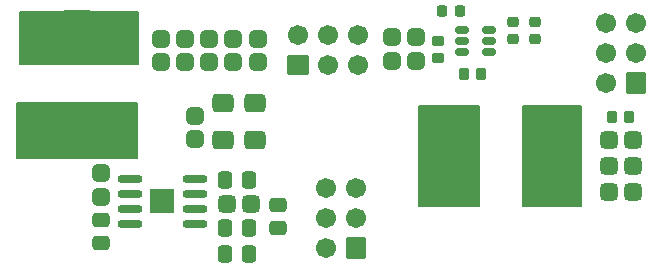
<source format=gts>
G04 Layer: TopSolderMaskLayer*
G04 EasyEDA Pro v2.2.27.1, 2024-09-15 10:59:50*
G04 Gerber Generator version 0.3*
G04 Scale: 100 percent, Rotated: No, Reflected: No*
G04 Dimensions in millimeters*
G04 Leading zeros omitted, absolute positions, 3 integers and 5 decimals*
%TF.GenerationSoftware,KiCad,Pcbnew,8.0.5*%
%TF.CreationDate,2024-09-28T17:02:44+08:00*%
%TF.ProjectId,DCDC_power_24V-12V-5V,44434443-5f70-46f7-9765-725f3234562d,rev?*%
%TF.SameCoordinates,Original*%
%TF.FileFunction,Soldermask,Top*%
%TF.FilePolarity,Negative*%
%FSLAX46Y46*%
G04 Gerber Fmt 4.6, Leading zero omitted, Abs format (unit mm)*
G04 Created by KiCad (PCBNEW 8.0.5) date 2024-09-28 17:02:44*
%MOMM*%
%LPD*%
G01*
G04 APERTURE LIST*
G04 Aperture macros list*
%AMRoundRect*
0 Rectangle with rounded corners*
0 $1 Rounding radius*
0 $2 $3 $4 $5 $6 $7 $8 $9 X,Y pos of 4 corners*
0 Add a 4 corners polygon primitive as box body*
4,1,4,$2,$3,$4,$5,$6,$7,$8,$9,$2,$3,0*
0 Add four circle primitives for the rounded corners*
1,1,$1+$1,$2,$3*
1,1,$1+$1,$4,$5*
1,1,$1+$1,$6,$7*
1,1,$1+$1,$8,$9*
0 Add four rect primitives between the rounded corners*
20,1,$1+$1,$2,$3,$4,$5,0*
20,1,$1+$1,$4,$5,$6,$7,0*
20,1,$1+$1,$6,$7,$8,$9,0*
20,1,$1+$1,$8,$9,$2,$3,0*%
G04 Aperture macros list end*
%ADD10C,0.180000*%
%ADD11C,0.200000*%
%ADD12RoundRect,0.362900X-0.362900X0.392900X-0.362900X-0.392900X0.362900X-0.392900X0.362900X0.392900X0*%
%ADD13RoundRect,0.050800X-0.850000X-0.800000X0.850000X-0.800000X0.850000X0.800000X-0.850000X0.800000X0*%
%ADD14C,1.701600*%
%ADD15RoundRect,0.227025X-0.227025X-0.255775X0.227025X-0.255775X0.227025X0.255775X-0.227025X0.255775X0*%
%ADD16RoundRect,0.362900X0.362900X-0.392900X0.362900X0.392900X-0.362900X0.392900X-0.362900X-0.392900X0*%
%ADD17O,2.139600X0.675600*%
%ADD18RoundRect,0.050800X-1.000000X1.000000X-1.000000X-1.000000X1.000000X-1.000000X1.000000X1.000000X0*%
%ADD19RoundRect,0.362900X0.392900X0.362900X-0.392900X0.362900X-0.392900X-0.362900X0.392900X-0.362900X0*%
%ADD20RoundRect,0.308525X-0.308525X-0.430775X0.308525X-0.430775X0.308525X0.430775X-0.308525X0.430775X0*%
%ADD21RoundRect,0.225400X-0.225400X-0.275400X0.225400X-0.275400X0.225400X0.275400X-0.225400X0.275400X0*%
%ADD22RoundRect,0.225400X0.225400X0.275400X-0.225400X0.275400X-0.225400X-0.275400X0.225400X-0.275400X0*%
%ADD23RoundRect,0.050800X0.800000X-0.850000X0.800000X0.850000X-0.800000X0.850000X-0.800000X-0.850000X0*%
%ADD24RoundRect,0.308525X0.430775X-0.308525X0.430775X0.308525X-0.430775X0.308525X-0.430775X-0.308525X0*%
%ADD25RoundRect,0.158400X0.428400X-0.158400X0.428400X0.158400X-0.428400X0.158400X-0.428400X-0.158400X0*%
%ADD26RoundRect,0.227025X-0.255775X0.227025X-0.255775X-0.227025X0.255775X-0.227025X0.255775X0.227025X0*%
%ADD27RoundRect,1.050400X-1.050400X-1.050400X1.050400X-1.050400X1.050400X1.050400X-1.050400X1.050400X0*%
%ADD28RoundRect,0.756400X-1.004400X0.756400X-1.004400X-0.756400X1.004400X-0.756400X1.004400X0.756400X0*%
%ADD29RoundRect,0.308525X0.308525X0.430775X-0.308525X0.430775X-0.308525X-0.430775X0.308525X-0.430775X0*%
%ADD30RoundRect,0.396650X0.518150X-0.396650X0.518150X0.396650X-0.518150X0.396650X-0.518150X-0.396650X0*%
%ADD31RoundRect,0.227025X0.255775X-0.227025X0.255775X0.227025X-0.255775X0.227025X-0.255775X-0.227025X0*%
%ADD32RoundRect,0.225400X0.275400X-0.225400X0.275400X0.225400X-0.275400X0.225400X-0.275400X-0.225400X0*%
G04 APERTURE END LIST*
D10*
X109564400Y-86992100D02*
X114534400Y-86992100D01*
X114534400Y-95492100D01*
X109564400Y-95492100D01*
X109564400Y-86992100D01*
G36*
X109564400Y-86992100D02*
G01*
X114534400Y-86992100D01*
X114534400Y-95492100D01*
X109564400Y-95492100D01*
X109564400Y-86992100D01*
G37*
D11*
X66744400Y-86752100D02*
X76924400Y-86752100D01*
X76924400Y-91412100D01*
X66744400Y-91412100D01*
X66744400Y-86752100D01*
G36*
X66744400Y-86752100D02*
G01*
X76924400Y-86752100D01*
X76924400Y-91412100D01*
X66744400Y-91412100D01*
X66744400Y-86752100D01*
G37*
D10*
X100814400Y-86992100D02*
X105864400Y-86992100D01*
X105864400Y-95492100D01*
X100814400Y-95492100D01*
X100814400Y-86992100D01*
G36*
X100814400Y-86992100D02*
G01*
X105864400Y-86992100D01*
X105864400Y-95492100D01*
X100814400Y-95492100D01*
X100814400Y-86992100D01*
G37*
D11*
X66964400Y-79002100D02*
X76954400Y-79002100D01*
X76954400Y-83422100D01*
X66964400Y-83422100D01*
X66964400Y-79002100D01*
G36*
X66964400Y-79002100D02*
G01*
X76954400Y-79002100D01*
X76954400Y-83422100D01*
X66964400Y-83422100D01*
X66964400Y-79002100D01*
G37*
D12*
%TO.C,C6*%
X78947900Y-81291100D03*
X78947900Y-83291100D03*
%TD*%
D13*
%TO.C,H2*%
X90524400Y-83562100D03*
D14*
X90524400Y-81022100D03*
X93064400Y-83562100D03*
X93064400Y-81022100D03*
X95604400Y-83562100D03*
X95604400Y-81022100D03*
%TD*%
D15*
%TO.C,R7*%
X102710900Y-78992100D03*
X104217900Y-78992100D03*
%TD*%
D12*
%TO.C,C3*%
X81784400Y-87831323D03*
X81784400Y-89831323D03*
%TD*%
D16*
%TO.C,C12*%
X100510400Y-83172300D03*
X100510400Y-81172300D03*
%TD*%
D17*
%TO.C,U1*%
X76278900Y-93164100D03*
X76278900Y-94434100D03*
X76278900Y-95704100D03*
X76278900Y-96974100D03*
X81816900Y-96974100D03*
X81816900Y-95704100D03*
X81816900Y-94434100D03*
X81816900Y-93164100D03*
D18*
X79047900Y-95069100D03*
%TD*%
D19*
%TO.C,C15*%
X118864400Y-94244516D03*
X116864400Y-94244516D03*
%TD*%
D20*
%TO.C,R4*%
X84397900Y-99514100D03*
X86397900Y-99514100D03*
%TD*%
D21*
%TO.C,C14*%
X104610400Y-84286100D03*
X106010400Y-84286100D03*
%TD*%
D22*
%TO.C,C18*%
X118564400Y-87892100D03*
X117164400Y-87892100D03*
%TD*%
D23*
%TO.C,H3*%
X119134400Y-85032100D03*
D14*
X116594400Y-85032100D03*
X119134400Y-82492100D03*
X116594400Y-82492100D03*
X119134400Y-79952100D03*
X116594400Y-79952100D03*
%TD*%
D24*
%TO.C,R2*%
X73840900Y-98609100D03*
X73840900Y-96609100D03*
%TD*%
D25*
%TO.C,U2*%
X106713400Y-82442100D03*
X106713400Y-81492100D03*
X106713400Y-80542100D03*
X104415400Y-80542100D03*
X104415400Y-81492100D03*
X104415400Y-82442100D03*
%TD*%
D16*
%TO.C,C11*%
X98464400Y-83192100D03*
X98464400Y-81192100D03*
%TD*%
D12*
%TO.C,C8*%
X83011900Y-81291100D03*
X83011900Y-83291100D03*
%TD*%
D26*
%TO.C,R8*%
X110644400Y-79849600D03*
X110644400Y-81356600D03*
%TD*%
D19*
%TO.C,C16*%
X118864400Y-92092100D03*
X116864400Y-92092100D03*
%TD*%
D12*
%TO.C,C9*%
X85064400Y-81292100D03*
X85064400Y-83292100D03*
%TD*%
D27*
%TO.C,L2*%
X102914400Y-91242100D03*
X112414400Y-91242100D03*
%TD*%
D12*
%TO.C,C7*%
X80979900Y-81291100D03*
X80979900Y-83291100D03*
%TD*%
D28*
%TO.C,L1*%
X71808900Y-89941100D03*
X71808900Y-80385100D03*
%TD*%
D29*
%TO.C,R5*%
X86397900Y-97355100D03*
X84397900Y-97355100D03*
%TD*%
D30*
%TO.C,C2*%
X84229900Y-89915823D03*
X84229900Y-86730823D03*
%TD*%
%TO.C,C1*%
X86864400Y-89915823D03*
X86864400Y-86730823D03*
%TD*%
D31*
%TO.C,R9*%
X108739400Y-81356600D03*
X108739400Y-79849600D03*
%TD*%
D32*
%TO.C,C13*%
X102421800Y-82892100D03*
X102421800Y-81492100D03*
%TD*%
D12*
%TO.C,C10*%
X87164400Y-81292100D03*
X87164400Y-83292100D03*
%TD*%
D29*
%TO.C,R3*%
X86397900Y-93291100D03*
X84397900Y-93291100D03*
%TD*%
D19*
%TO.C,C17*%
X118864400Y-89892100D03*
X116864400Y-89892100D03*
%TD*%
D24*
%TO.C,R1*%
X88826900Y-97339100D03*
X88826900Y-95339100D03*
%TD*%
D19*
%TO.C,C4*%
X86524900Y-95323100D03*
X84524900Y-95323100D03*
%TD*%
D12*
%TO.C,C5*%
X73840900Y-92672100D03*
X73840900Y-94672100D03*
%TD*%
D23*
%TO.C,H1*%
X95434400Y-99032100D03*
D14*
X92894400Y-99032100D03*
X95434400Y-96492100D03*
X92894400Y-96492100D03*
X95434400Y-93952100D03*
X92894400Y-93952100D03*
%TD*%
M02*

</source>
